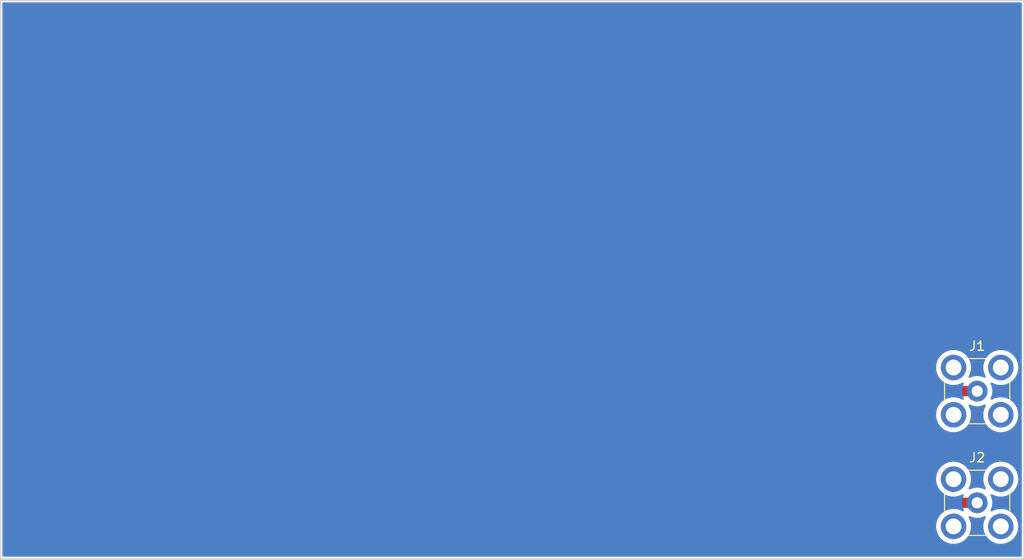
<source format=kicad_pcb>
(kicad_pcb (version 20221018) (generator pcbnew)
  (title_block (title "${PROJECT}") (rev "${VERSION}"))
  (layers (0 "F.Cu" signal) (31 "B.Cu" power) (34 "B.Paste" user) (35 "F.Paste" user) (36 "B.SilkS" user "B.Silkscreen") (37 "F.SilkS" user "F.Silkscreen") (38 "B.Mask" user) (39 "F.Mask" user) (44 "Edge.Cuts" user))
  (property "AUTHOR" "[Schematic Setup... > Project > Text Variables]")
  (property "PROJECT" "[Schematic Setup... > Project > Text Variables]")
  (property "VERSION" "0.1")
  (net 0 "")
  (net 1 "unconnected-(J1-Pin_1-Pad1)")
  (net 2 "unconnected-(J2-Pin_1-Pad1)")
  (footprint "Connector_Coaxial:SMB_Jack_Vertical" (layer "F.Cu") (at 195 102)
    (fp_text reference "J1" (at 0 -4.85) (layer "F.SilkS"))
    (fp_text value "Conn_01x01")
    (fp_line (start -3.5052 1) (end -3.5052 -1) (stroke (width 0.12)) (layer "F.SilkS"))
    (fp_line (start -1 -3.5052) (end 1 -3.5052) (stroke (width 0.12)) (layer "F.SilkS"))
    (fp_line (start 1 3.5052) (end -1 3.5052) (stroke (width 0.12)) (layer "F.SilkS"))
    (fp_line (start 3.5052 -1) (end 3.5052 1) (stroke (width 0.12)) (layer "F.SilkS"))
    (pad "1" thru_hole circle (at 0 0) (size 2.24 2.24) (drill 1.2) (layers "*.Cu" "*.Mask") (net 1 "unconnected-(J1-Pin_1-Pad1)"))
    (pad "2" thru_hole circle (at -2.54 -2.54) (size 2.74 2.74) (drill 1.7) (layers "*.Cu" "*.Mask"))
    (pad "2" thru_hole circle (at -2.54 2.54) (size 2.74 2.74) (drill 1.7) (layers "*.Cu" "*.Mask"))
    (pad "2" thru_hole circle (at 2.54 -2.54) (size 2.74 2.74) (drill 1.7) (layers "*.Cu" "*.Mask"))
    (pad "2" thru_hole circle (at 2.54 2.54) (size 2.74 2.74) (drill 1.7) (layers "*.Cu" "*.Mask"))
  )
  (footprint "Connector_Coaxial:SMB_Jack_Vertical" (layer "F.Cu") (at 195 114)
    (fp_text reference "J2" (at 0 -4.85) (layer "F.SilkS"))
    (fp_text value "Conn_01x01")
    (fp_line (start -3.5052 1) (end -3.5052 -1) (stroke (width 0.12)) (layer "F.SilkS"))
    (fp_line (start -1 -3.5052) (end 1 -3.5052) (stroke (width 0.12)) (layer "F.SilkS"))
    (fp_line (start 1 3.5052) (end -1 3.5052) (stroke (width 0.12)) (layer "F.SilkS"))
    (fp_line (start 3.5052 -1) (end 3.5052 1) (stroke (width 0.12)) (layer "F.SilkS"))
    (pad "1" thru_hole circle (at 0 0) (size 2.24 2.24) (drill 1.2) (layers "*.Cu" "*.Mask") (net 2 "unconnected-(J2-Pin_1-Pad1)"))
    (pad "2" thru_hole circle (at -2.54 -2.54) (size 2.74 2.74) (drill 1.7) (layers "*.Cu" "*.Mask"))
    (pad "2" thru_hole circle (at -2.54 2.54) (size 2.74 2.74) (drill 1.7) (layers "*.Cu" "*.Mask"))
    (pad "2" thru_hole circle (at 2.54 -2.54) (size 2.74 2.74) (drill 1.7) (layers "*.Cu" "*.Mask"))
    (pad "2" thru_hole circle (at 2.54 2.54) (size 2.74 2.74) (drill 1.7) (layers "*.Cu" "*.Mask"))
  )
  (gr_rect (start 90 60) (end 200 120) (stroke (width 0.1)) (fill none) (layer "Edge.Cuts"))
  (segment (start 189 99) (end 189 102) (width 1.1) (layer "F.Cu") (net 1))
  (segment (start 189 102) (end 189 111) (width 1.1) (layer "F.Cu") (net 1))
  (segment (start 189 111) (end 96 111) (width 1.1) (layer "F.Cu") (net 1))
  (segment (start 189 87) (end 189 99) (width 1.1) (layer "F.Cu") (net 1))
  (segment (start 189 99) (end 96 99) (width 1.1) (layer "F.Cu") (net 1))
  (segment (start 189 63) (end 93 63) (width 1.1) (layer "F.Cu") (net 1))
  (segment (start 189 75) (end 96 75) (width 1.1) (layer "F.Cu") (net 1))
  (segment (start 189 75) (end 189 87) (width 1.1) (layer "F.Cu") (net 1))
  (segment (start 189 87) (end 96 87) (width 1.1) (layer "F.Cu") (net 1))
  (segment (start 195 102) (end 189 102) (width 1.1) (layer "F.Cu") (net 1))
  (segment (start 189 75) (end 189 63) (width 1.1) (layer "F.Cu") (net 1))
  (segment (start 93 69) (end 93 81) (width 1.1) (layer "F.Cu") (net 2))
  (segment (start 93 105) (end 93 93) (width 1.1) (layer "F.Cu") (net 2))
  (segment (start 189 114) (end 186 117) (width 1.1) (layer "F.Cu") (net 2))
  (segment (start 93 117) (end 93 105) (width 1.1) (layer "F.Cu") (net 2))
  (segment (start 186 117) (end 93 117) (width 1.1) (layer "F.Cu") (net 2))
  (segment (start 186 69) (end 93 69) (width 1.1) (layer "F.Cu") (net 2))
  (segment (start 186 93) (end 93 93) (width 1.1) (layer "F.Cu") (net 2))
  (segment (start 186 105) (end 93 105) (width 1.1) (layer "F.Cu") (net 2))
  (segment (start 186 81) (end 93 81) (width 1.1) (layer "F.Cu") (net 2))
  (segment (start 93 93) (end 93 81) (width 1.1) (layer "F.Cu") (net 2))
  (segment (start 195 114) (end 189 114) (width 1.1) (layer "F.Cu") (net 2))
  (zone (net 0) (net_name "") (layer "B.Cu") (connect_pads (clearance 0.5)) (min_thickness 0.25) (fill yes (thermal_gap 0.5) (thermal_bridge_width 0.5) (island_removal_mode 1) (island_area_min 10))
    (polygon (pts (xy 90 60) (xy 200 60) (xy 200 120) (xy 90 120)))
  )
)
</source>
